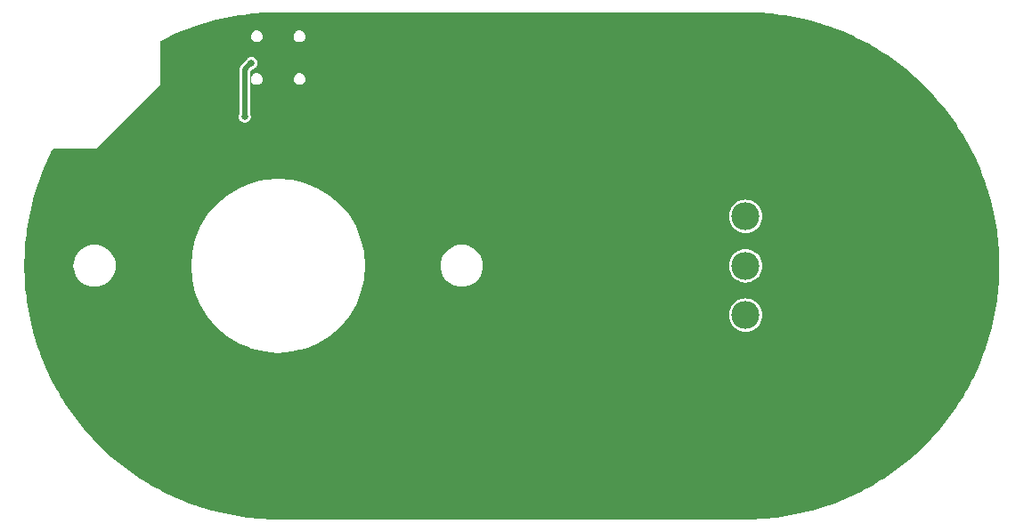
<source format=gbr>
G04 start of page 3 for group 1 idx 1 *
G04 Title: (unknown), solder *
G04 Creator: pcb 4.0.2 *
G04 CreationDate: Thu Apr 29 14:29:52 2021 UTC *
G04 For: petersen *
G04 Format: Gerber/RS-274X *
G04 PCB-Dimensions (mil): 4500.00 2500.00 *
G04 PCB-Coordinate-Origin: lower left *
%MOIN*%
%FSLAX25Y25*%
%LNBOTTOM*%
%ADD33C,0.0750*%
%ADD32C,0.0276*%
%ADD31C,0.6300*%
%ADD30C,0.0120*%
%ADD29C,0.0240*%
%ADD28C,0.0250*%
%ADD27C,0.1378*%
%ADD26C,0.0260*%
%ADD25C,0.1050*%
%ADD24C,0.0200*%
%ADD23C,0.0001*%
G54D23*G36*
X395000Y125000D02*X394986Y123342D01*
X394942Y121685D01*
X394870Y120028D01*
X394769Y118373D01*
X394638Y116720D01*
X394480Y115070D01*
X394292Y113422D01*
X394075Y111779D01*
X393830Y110139D01*
X393557Y108503D01*
X393255Y106873D01*
X392924Y105248D01*
X392565Y103630D01*
X392178Y102017D01*
X391763Y100412D01*
X391320Y98814D01*
X390849Y97225D01*
X390350Y95643D01*
X389824Y94071D01*
X389271Y92508D01*
X388690Y90955D01*
X388082Y89412D01*
X387448Y87881D01*
X386787Y86360D01*
X386099Y84851D01*
X385385Y83355D01*
X384646Y81871D01*
X383880Y80400D01*
X383089Y78943D01*
X382272Y77500D01*
X381431Y76071D01*
X380565Y74658D01*
X379674Y73259D01*
X378759Y71877D01*
X377819Y70510D01*
X376857Y69160D01*
X375870Y67828D01*
X374861Y66512D01*
X373829Y65215D01*
X372774Y63935D01*
X371697Y62674D01*
X370599Y61433D01*
X369479Y60210D01*
X368337Y59007D01*
X367175Y57825D01*
X365993Y56663D01*
X364790Y55521D01*
X363567Y54401D01*
X362326Y53303D01*
X361065Y52226D01*
X359785Y51171D01*
X358488Y50139D01*
X357172Y49130D01*
X355840Y48143D01*
X354490Y47181D01*
X353123Y46241D01*
X351741Y45326D01*
X350342Y44435D01*
X348929Y43569D01*
X347500Y42728D01*
X346057Y41911D01*
X344600Y41120D01*
X343129Y40354D01*
X341645Y39615D01*
X340149Y38901D01*
X338640Y38213D01*
X337119Y37552D01*
X335588Y36918D01*
X334045Y36310D01*
X332492Y35729D01*
X330929Y35176D01*
X329357Y34650D01*
X327775Y34151D01*
X326186Y33680D01*
X324588Y33237D01*
X322983Y32822D01*
X321370Y32435D01*
X319752Y32076D01*
X318127Y31745D01*
X316497Y31443D01*
X314861Y31170D01*
X313221Y30925D01*
X311578Y30708D01*
X309930Y30520D01*
X308280Y30362D01*
X306627Y30231D01*
X304972Y30130D01*
X303315Y30058D01*
X301658Y30014D01*
X300000Y30000D01*
X299990Y30000D01*
Y100231D01*
X300000Y100231D01*
X300981Y100308D01*
X301937Y100538D01*
X302846Y100914D01*
X303685Y101428D01*
X304433Y102067D01*
X305072Y102815D01*
X305586Y103654D01*
X305962Y104563D01*
X306192Y105519D01*
X306250Y106500D01*
X306192Y107481D01*
X305962Y108437D01*
X305586Y109346D01*
X305072Y110185D01*
X304433Y110933D01*
X303685Y111572D01*
X302846Y112086D01*
X301937Y112462D01*
X300981Y112692D01*
X300000Y112769D01*
X299990Y112769D01*
Y118731D01*
X300000Y118731D01*
X300981Y118808D01*
X301937Y119038D01*
X302846Y119414D01*
X303685Y119928D01*
X304433Y120567D01*
X305072Y121315D01*
X305586Y122154D01*
X305962Y123063D01*
X306192Y124019D01*
X306250Y125000D01*
X306192Y125981D01*
X305962Y126937D01*
X305586Y127846D01*
X305072Y128685D01*
X304433Y129433D01*
X303685Y130072D01*
X302846Y130586D01*
X301937Y130962D01*
X300981Y131192D01*
X300000Y131269D01*
X299990Y131269D01*
Y137231D01*
X300000Y137231D01*
X300981Y137308D01*
X301937Y137538D01*
X302846Y137914D01*
X303685Y138428D01*
X304433Y139067D01*
X305072Y139815D01*
X305586Y140654D01*
X305962Y141563D01*
X306192Y142519D01*
X306250Y143500D01*
X306192Y144481D01*
X305962Y145437D01*
X305586Y146346D01*
X305072Y147185D01*
X304433Y147933D01*
X303685Y148572D01*
X302846Y149086D01*
X301937Y149462D01*
X300981Y149692D01*
X300000Y149769D01*
X299990Y149769D01*
Y220000D01*
X300000Y220000D01*
X301658Y219986D01*
X303315Y219942D01*
X304972Y219870D01*
X306627Y219769D01*
X308280Y219638D01*
X309930Y219480D01*
X311578Y219292D01*
X313221Y219075D01*
X314861Y218830D01*
X316497Y218557D01*
X318127Y218255D01*
X319752Y217924D01*
X321370Y217565D01*
X322983Y217178D01*
X324588Y216763D01*
X326186Y216320D01*
X327775Y215849D01*
X329357Y215350D01*
X330929Y214824D01*
X332492Y214271D01*
X334045Y213690D01*
X335588Y213082D01*
X337119Y212448D01*
X338640Y211787D01*
X340149Y211099D01*
X341645Y210385D01*
X343129Y209646D01*
X344600Y208880D01*
X346057Y208089D01*
X347500Y207272D01*
X348929Y206431D01*
X350342Y205565D01*
X351741Y204674D01*
X353123Y203759D01*
X354490Y202819D01*
X355840Y201857D01*
X357172Y200870D01*
X358488Y199861D01*
X359785Y198829D01*
X361065Y197774D01*
X362326Y196697D01*
X363567Y195599D01*
X364790Y194479D01*
X365993Y193337D01*
X367175Y192175D01*
X368337Y190993D01*
X369479Y189790D01*
X370599Y188567D01*
X371697Y187326D01*
X372774Y186065D01*
X373829Y184785D01*
X374861Y183488D01*
X375870Y182172D01*
X376857Y180840D01*
X377819Y179490D01*
X378759Y178123D01*
X379674Y176741D01*
X380565Y175342D01*
X381431Y173929D01*
X382272Y172500D01*
X383089Y171057D01*
X383880Y169600D01*
X384646Y168129D01*
X385385Y166645D01*
X386099Y165149D01*
X386787Y163640D01*
X387448Y162119D01*
X388082Y160588D01*
X388690Y159045D01*
X389271Y157492D01*
X389824Y155929D01*
X390350Y154357D01*
X390849Y152775D01*
X391320Y151186D01*
X391763Y149588D01*
X392178Y147983D01*
X392565Y146370D01*
X392924Y144752D01*
X393255Y143127D01*
X393557Y141497D01*
X393830Y139861D01*
X394075Y138221D01*
X394292Y136578D01*
X394480Y134930D01*
X394638Y133280D01*
X394769Y131627D01*
X394870Y129972D01*
X394942Y128315D01*
X394986Y126658D01*
X395000Y125000D01*
G37*
G36*
X299990Y30000D02*X298342Y30014D01*
X296685Y30058D01*
X295028Y30130D01*
X293373Y30231D01*
X291720Y30362D01*
X290070Y30520D01*
X288422Y30708D01*
X286779Y30925D01*
X285139Y31170D01*
X283503Y31443D01*
X281873Y31745D01*
X280248Y32076D01*
X278630Y32435D01*
X277017Y32822D01*
X275412Y33237D01*
X273814Y33680D01*
X272225Y34151D01*
X270643Y34650D01*
X269071Y35176D01*
X267508Y35729D01*
X265955Y36310D01*
X264412Y36918D01*
X262881Y37552D01*
X261360Y38213D01*
X259851Y38901D01*
X258355Y39615D01*
X256871Y40354D01*
X255400Y41120D01*
X253943Y41911D01*
X252500Y42728D01*
X251071Y43569D01*
X249658Y44435D01*
X248259Y45326D01*
X246877Y46241D01*
X245510Y47181D01*
X244160Y48143D01*
X242828Y49130D01*
X241512Y50139D01*
X240215Y51171D01*
X238935Y52226D01*
X237674Y53303D01*
X236433Y54401D01*
X235210Y55521D01*
X234007Y56663D01*
X232825Y57825D01*
X231663Y59007D01*
X230521Y60210D01*
X229401Y61433D01*
X228303Y62674D01*
X227226Y63935D01*
X226171Y65215D01*
X225139Y66512D01*
X224130Y67828D01*
X223143Y69160D01*
X222181Y70510D01*
X221241Y71877D01*
X220326Y73259D01*
X219435Y74658D01*
X218569Y76071D01*
X217728Y77500D01*
X216911Y78943D01*
X216120Y80400D01*
X215354Y81871D01*
X214615Y83355D01*
X213901Y84851D01*
X213213Y86360D01*
X212552Y87881D01*
X211918Y89412D01*
X211310Y90955D01*
X210729Y92508D01*
X210176Y94071D01*
X209650Y95643D01*
X209151Y97225D01*
X208680Y98814D01*
X208237Y100412D01*
X207822Y102017D01*
X207435Y103630D01*
X207076Y105248D01*
X206745Y106873D01*
X206443Y108503D01*
X206170Y110139D01*
X205925Y111779D01*
X205708Y113422D01*
X205520Y115070D01*
X205362Y116720D01*
X205231Y118373D01*
X205130Y120028D01*
X205058Y121685D01*
X205014Y123342D01*
X205000Y125000D01*
X205014Y126658D01*
X205058Y128315D01*
X205130Y129972D01*
X205231Y131627D01*
X205362Y133280D01*
X205520Y134930D01*
X205708Y136578D01*
X205925Y138221D01*
X206170Y139861D01*
X206443Y141497D01*
X206745Y143127D01*
X207076Y144752D01*
X207435Y146370D01*
X207822Y147983D01*
X208237Y149588D01*
X208680Y151186D01*
X209151Y152775D01*
X209650Y154357D01*
X210176Y155929D01*
X210729Y157492D01*
X211310Y159045D01*
X211918Y160588D01*
X212552Y162119D01*
X213213Y163640D01*
X213901Y165149D01*
X214615Y166645D01*
X215354Y168129D01*
X216120Y169600D01*
X216911Y171057D01*
X217728Y172500D01*
X218569Y173929D01*
X219435Y175342D01*
X220326Y176741D01*
X221241Y178123D01*
X222181Y179490D01*
X223143Y180840D01*
X224130Y182172D01*
X225139Y183488D01*
X226171Y184785D01*
X227226Y186065D01*
X228303Y187326D01*
X229401Y188567D01*
X230521Y189790D01*
X231663Y190993D01*
X232825Y192175D01*
X234007Y193337D01*
X235210Y194479D01*
X236433Y195599D01*
X237674Y196697D01*
X238935Y197774D01*
X240215Y198829D01*
X241512Y199861D01*
X242828Y200870D01*
X244160Y201857D01*
X245510Y202819D01*
X246877Y203759D01*
X248259Y204674D01*
X249658Y205565D01*
X251071Y206431D01*
X252500Y207272D01*
X253943Y208089D01*
X255400Y208880D01*
X256871Y209646D01*
X258355Y210385D01*
X259851Y211099D01*
X261360Y211787D01*
X262881Y212448D01*
X264412Y213082D01*
X265955Y213690D01*
X267508Y214271D01*
X269071Y214824D01*
X270643Y215350D01*
X272225Y215849D01*
X273814Y216320D01*
X275412Y216763D01*
X277017Y217178D01*
X278630Y217565D01*
X280248Y217924D01*
X281873Y218255D01*
X283503Y218557D01*
X285139Y218830D01*
X286779Y219075D01*
X288422Y219292D01*
X290070Y219480D01*
X291720Y219638D01*
X293373Y219769D01*
X295028Y219870D01*
X296685Y219942D01*
X298342Y219986D01*
X299990Y220000D01*
Y149769D01*
X299019Y149692D01*
X298063Y149462D01*
X297154Y149086D01*
X296315Y148572D01*
X295567Y147933D01*
X294928Y147185D01*
X294414Y146346D01*
X294038Y145437D01*
X293808Y144481D01*
X293731Y143500D01*
X293808Y142519D01*
X294038Y141563D01*
X294414Y140654D01*
X294928Y139815D01*
X295567Y139067D01*
X296315Y138428D01*
X297154Y137914D01*
X298063Y137538D01*
X299019Y137308D01*
X299990Y137231D01*
Y131269D01*
X299019Y131192D01*
X298063Y130962D01*
X297154Y130586D01*
X296315Y130072D01*
X295567Y129433D01*
X294928Y128685D01*
X294414Y127846D01*
X294038Y126937D01*
X293808Y125981D01*
X293731Y125000D01*
X293808Y124019D01*
X294038Y123063D01*
X294414Y122154D01*
X294928Y121315D01*
X295567Y120567D01*
X296315Y119928D01*
X297154Y119414D01*
X298063Y119038D01*
X299019Y118808D01*
X299990Y118731D01*
Y112769D01*
X299019Y112692D01*
X298063Y112462D01*
X297154Y112086D01*
X296315Y111572D01*
X295567Y110933D01*
X294928Y110185D01*
X294414Y109346D01*
X294038Y108437D01*
X293808Y107481D01*
X293731Y106500D01*
X293808Y105519D01*
X294038Y104563D01*
X294414Y103654D01*
X294928Y102815D01*
X295567Y102067D01*
X296315Y101428D01*
X297154Y100914D01*
X298063Y100538D01*
X299019Y100308D01*
X299990Y100231D01*
Y30000D01*
G37*
G36*
X132997Y220000D02*X300000D01*
Y149769D01*
X299019Y149692D01*
X298063Y149462D01*
X297154Y149086D01*
X296315Y148572D01*
X295567Y147933D01*
X294928Y147185D01*
X294414Y146346D01*
X294038Y145437D01*
X293808Y144481D01*
X293731Y143500D01*
X293808Y142519D01*
X294038Y141563D01*
X294414Y140654D01*
X294928Y139815D01*
X295567Y139067D01*
X296315Y138428D01*
X297154Y137914D01*
X298063Y137538D01*
X299019Y137308D01*
X300000Y137231D01*
Y131269D01*
X299019Y131192D01*
X298063Y130962D01*
X297154Y130586D01*
X296315Y130072D01*
X295567Y129433D01*
X294928Y128685D01*
X294414Y127846D01*
X294038Y126937D01*
X293808Y125981D01*
X293731Y125000D01*
X201640D01*
X201567Y126238D01*
X201277Y127446D01*
X200802Y128593D01*
X200153Y129652D01*
X199346Y130596D01*
X198402Y131403D01*
X197343Y132052D01*
X196196Y132527D01*
X194988Y132817D01*
X193750Y132914D01*
X192512Y132817D01*
X191304Y132527D01*
X190157Y132052D01*
X189098Y131403D01*
X188154Y130596D01*
X187347Y129652D01*
X186698Y128593D01*
X186223Y127446D01*
X185933Y126238D01*
X185836Y125000D01*
X157500D01*
X157199Y130100D01*
X156005Y135074D01*
X154047Y139800D01*
X151374Y144162D01*
X148052Y148052D01*
X144162Y151374D01*
X139800Y154047D01*
X135074Y156005D01*
X132997Y156503D01*
Y192793D01*
X133000Y192793D01*
X133345Y192820D01*
X133682Y192901D01*
X134002Y193034D01*
X134297Y193215D01*
X134560Y193440D01*
X134785Y193703D01*
X134966Y193998D01*
X135099Y194318D01*
X135180Y194655D01*
X135200Y195000D01*
X135180Y195345D01*
X135099Y195682D01*
X134966Y196002D01*
X134785Y196297D01*
X134560Y196560D01*
X134297Y196785D01*
X134002Y196966D01*
X133682Y197099D01*
X133345Y197180D01*
X133000Y197207D01*
X132997Y197207D01*
Y208743D01*
X133000Y208743D01*
X133353Y208771D01*
X133697Y208854D01*
X134025Y208989D01*
X134327Y209174D01*
X134596Y209404D01*
X134826Y209673D01*
X135011Y209975D01*
X135146Y210303D01*
X135229Y210647D01*
X135250Y211000D01*
X135229Y211353D01*
X135146Y211697D01*
X135011Y212025D01*
X134826Y212327D01*
X134596Y212596D01*
X134327Y212826D01*
X134025Y213011D01*
X133697Y213146D01*
X133353Y213229D01*
X133000Y213257D01*
X132997Y213257D01*
Y220000D01*
G37*
G36*
X125000D02*X132997D01*
Y213257D01*
X132647Y213229D01*
X132303Y213146D01*
X131975Y213011D01*
X131673Y212826D01*
X131404Y212596D01*
X131174Y212327D01*
X130989Y212025D01*
X130854Y211697D01*
X130771Y211353D01*
X130743Y211000D01*
X130771Y210647D01*
X130854Y210303D01*
X130989Y209975D01*
X131174Y209673D01*
X131404Y209404D01*
X131673Y209174D01*
X131975Y208989D01*
X132303Y208854D01*
X132647Y208771D01*
X132997Y208743D01*
Y197207D01*
X132655Y197180D01*
X132318Y197099D01*
X131998Y196966D01*
X131703Y196785D01*
X131440Y196560D01*
X131215Y196297D01*
X131034Y196002D01*
X130901Y195682D01*
X130820Y195345D01*
X130793Y195000D01*
X130820Y194655D01*
X130901Y194318D01*
X131034Y193998D01*
X131215Y193703D01*
X131440Y193440D01*
X131703Y193215D01*
X131998Y193034D01*
X132318Y192901D01*
X132655Y192820D01*
X132997Y192793D01*
Y156503D01*
X130100Y157199D01*
X125000Y157600D01*
Y220000D01*
G37*
G36*
X300000Y118731D02*Y112769D01*
X299019Y112692D01*
X298063Y112462D01*
X297154Y112086D01*
X296315Y111572D01*
X295567Y110933D01*
X294928Y110185D01*
X294414Y109346D01*
X294038Y108437D01*
X293808Y107481D01*
X293731Y106500D01*
X293808Y105519D01*
X294038Y104563D01*
X294414Y103654D01*
X294928Y102815D01*
X295567Y102067D01*
X296315Y101428D01*
X297154Y100914D01*
X298063Y100538D01*
X299019Y100308D01*
X300000Y100231D01*
Y30000D01*
X125000D01*
Y92400D01*
X130100Y92801D01*
X135074Y93995D01*
X139800Y95953D01*
X144162Y98626D01*
X148052Y101948D01*
X151374Y105838D01*
X154047Y110200D01*
X156005Y114926D01*
X157199Y119900D01*
X157500Y125000D01*
X185836D01*
X185933Y123762D01*
X186223Y122554D01*
X186698Y121407D01*
X187347Y120348D01*
X188154Y119404D01*
X189098Y118597D01*
X190157Y117948D01*
X191304Y117473D01*
X192512Y117183D01*
X193750Y117086D01*
X194988Y117183D01*
X196196Y117473D01*
X197343Y117948D01*
X198402Y118597D01*
X199346Y119404D01*
X200153Y120348D01*
X200802Y121407D01*
X201277Y122554D01*
X201567Y123762D01*
X201640Y125000D01*
X293731D01*
X293808Y124019D01*
X294038Y123063D01*
X294414Y122154D01*
X294928Y121315D01*
X295567Y120567D01*
X296315Y119928D01*
X297154Y119414D01*
X298063Y119038D01*
X299019Y118808D01*
X300000Y118731D01*
G37*
G36*
X220000Y125000D02*X219986Y123342D01*
X219942Y121685D01*
X219870Y120028D01*
X219769Y118373D01*
X219638Y116720D01*
X219480Y115070D01*
X219292Y113422D01*
X219075Y111779D01*
X218830Y110139D01*
X218557Y108503D01*
X218255Y106873D01*
X217924Y105248D01*
X217565Y103630D01*
X217178Y102017D01*
X216763Y100412D01*
X216320Y98814D01*
X215849Y97225D01*
X215350Y95643D01*
X214824Y94071D01*
X214271Y92508D01*
X213690Y90955D01*
X213082Y89412D01*
X212448Y87881D01*
X211787Y86360D01*
X211099Y84851D01*
X210385Y83355D01*
X209646Y81871D01*
X208880Y80400D01*
X208089Y78943D01*
X207272Y77500D01*
X206431Y76071D01*
X205565Y74658D01*
X204674Y73259D01*
X203759Y71877D01*
X202819Y70510D01*
X201857Y69160D01*
X200870Y67828D01*
X199861Y66512D01*
X198829Y65215D01*
X197774Y63935D01*
X196697Y62674D01*
X195599Y61433D01*
X194479Y60210D01*
X193738Y59429D01*
Y117087D01*
X193750Y117086D01*
X194988Y117183D01*
X196196Y117473D01*
X197343Y117948D01*
X198402Y118597D01*
X199346Y119404D01*
X200153Y120348D01*
X200802Y121407D01*
X201277Y122554D01*
X201567Y123762D01*
X201640Y125000D01*
X201567Y126238D01*
X201277Y127446D01*
X200802Y128593D01*
X200153Y129652D01*
X199346Y130596D01*
X198402Y131403D01*
X197343Y132052D01*
X196196Y132527D01*
X194988Y132817D01*
X193750Y132914D01*
X193738Y132913D01*
Y190571D01*
X194479Y189790D01*
X195599Y188567D01*
X196697Y187326D01*
X197774Y186065D01*
X198829Y184785D01*
X199861Y183488D01*
X200870Y182172D01*
X201857Y180840D01*
X202819Y179490D01*
X203759Y178123D01*
X204674Y176741D01*
X205565Y175342D01*
X206431Y173929D01*
X207272Y172500D01*
X208089Y171057D01*
X208880Y169600D01*
X209646Y168129D01*
X210385Y166645D01*
X211099Y165149D01*
X211787Y163640D01*
X212448Y162119D01*
X213082Y160588D01*
X213690Y159045D01*
X214271Y157492D01*
X214824Y155929D01*
X215350Y154357D01*
X215849Y152775D01*
X216320Y151186D01*
X216763Y149588D01*
X217178Y147983D01*
X217565Y146370D01*
X217924Y144752D01*
X218255Y143127D01*
X218557Y141497D01*
X218830Y139861D01*
X219075Y138221D01*
X219292Y136578D01*
X219480Y134930D01*
X219638Y133280D01*
X219769Y131627D01*
X219870Y129972D01*
X219942Y128315D01*
X219986Y126658D01*
X220000Y125000D01*
G37*
G36*
X193738Y59429D02*X193337Y59007D01*
X192175Y57825D01*
X190993Y56663D01*
X189790Y55521D01*
X188567Y54401D01*
X187326Y53303D01*
X186065Y52226D01*
X184785Y51171D01*
X183488Y50139D01*
X182172Y49130D01*
X180840Y48143D01*
X179490Y47181D01*
X178123Y46241D01*
X176741Y45326D01*
X175342Y44435D01*
X173929Y43569D01*
X172500Y42728D01*
X171057Y41911D01*
X169600Y41120D01*
X168129Y40354D01*
X166645Y39615D01*
X165149Y38901D01*
X163640Y38213D01*
X162119Y37552D01*
X160588Y36918D01*
X159045Y36310D01*
X157492Y35729D01*
X155929Y35176D01*
X154357Y34650D01*
X152775Y34151D01*
X151186Y33680D01*
X149588Y33237D01*
X147983Y32822D01*
X146370Y32435D01*
X144752Y32076D01*
X143127Y31745D01*
X141497Y31443D01*
X139861Y31170D01*
X138221Y30925D01*
X136578Y30708D01*
X134930Y30520D01*
X133280Y30362D01*
X132997Y30339D01*
Y93497D01*
X135074Y93995D01*
X139800Y95953D01*
X144162Y98626D01*
X148052Y101948D01*
X151374Y105838D01*
X154047Y110200D01*
X156005Y114926D01*
X157199Y119900D01*
X157500Y125000D01*
X157199Y130100D01*
X156005Y135074D01*
X154047Y139800D01*
X151374Y144162D01*
X148052Y148052D01*
X144162Y151374D01*
X139800Y154047D01*
X135074Y156005D01*
X132997Y156503D01*
Y192793D01*
X133000Y192793D01*
X133345Y192820D01*
X133682Y192901D01*
X134002Y193034D01*
X134297Y193215D01*
X134560Y193440D01*
X134785Y193703D01*
X134966Y193998D01*
X135099Y194318D01*
X135180Y194655D01*
X135200Y195000D01*
X135180Y195345D01*
X135099Y195682D01*
X134966Y196002D01*
X134785Y196297D01*
X134560Y196560D01*
X134297Y196785D01*
X134002Y196966D01*
X133682Y197099D01*
X133345Y197180D01*
X133000Y197207D01*
X132997Y197207D01*
Y208743D01*
X133000Y208743D01*
X133353Y208771D01*
X133697Y208854D01*
X134025Y208989D01*
X134327Y209174D01*
X134596Y209404D01*
X134826Y209673D01*
X135011Y209975D01*
X135146Y210303D01*
X135229Y210647D01*
X135250Y211000D01*
X135229Y211353D01*
X135146Y211697D01*
X135011Y212025D01*
X134826Y212327D01*
X134596Y212596D01*
X134327Y212826D01*
X134025Y213011D01*
X133697Y213146D01*
X133353Y213229D01*
X133000Y213257D01*
X132997Y213257D01*
Y219660D01*
X133280Y219638D01*
X134930Y219480D01*
X136578Y219292D01*
X138221Y219075D01*
X139861Y218830D01*
X141497Y218557D01*
X143127Y218255D01*
X144752Y217924D01*
X146370Y217565D01*
X147983Y217178D01*
X149588Y216763D01*
X151186Y216320D01*
X152775Y215849D01*
X154357Y215350D01*
X155929Y214824D01*
X157492Y214271D01*
X159045Y213690D01*
X160588Y213082D01*
X162119Y212448D01*
X163640Y211787D01*
X165149Y211099D01*
X166645Y210385D01*
X168129Y209646D01*
X169600Y208880D01*
X171057Y208089D01*
X172500Y207272D01*
X173929Y206431D01*
X175342Y205565D01*
X176741Y204674D01*
X178123Y203759D01*
X179490Y202819D01*
X180840Y201857D01*
X182172Y200870D01*
X183488Y199861D01*
X184785Y198829D01*
X186065Y197774D01*
X187326Y196697D01*
X188567Y195599D01*
X189790Y194479D01*
X190993Y193337D01*
X192175Y192175D01*
X193337Y190993D01*
X193738Y190571D01*
Y132913D01*
X192512Y132817D01*
X191304Y132527D01*
X190157Y132052D01*
X189098Y131403D01*
X188154Y130596D01*
X187347Y129652D01*
X186698Y128593D01*
X186223Y127446D01*
X185933Y126238D01*
X185836Y125000D01*
X185933Y123762D01*
X186223Y122554D01*
X186698Y121407D01*
X187347Y120348D01*
X188154Y119404D01*
X189098Y118597D01*
X190157Y117948D01*
X191304Y117473D01*
X192512Y117183D01*
X193738Y117087D01*
Y59429D01*
G37*
G36*
X132997Y156503D02*X130100Y157199D01*
X125000Y157600D01*
X119900Y157199D01*
X116997Y156502D01*
Y192743D01*
X117000Y192743D01*
X117353Y192771D01*
X117697Y192854D01*
X118025Y192989D01*
X118327Y193174D01*
X118596Y193404D01*
X118826Y193673D01*
X119011Y193975D01*
X119146Y194303D01*
X119229Y194647D01*
X119250Y195000D01*
X119229Y195353D01*
X119146Y195697D01*
X119011Y196025D01*
X118826Y196327D01*
X118596Y196596D01*
X118327Y196826D01*
X118025Y197011D01*
X117697Y197146D01*
X117353Y197229D01*
X117000Y197257D01*
X116997Y197257D01*
Y199856D01*
X117056Y199953D01*
X117194Y200287D01*
X117279Y200639D01*
X117300Y201000D01*
X117279Y201361D01*
X117194Y201713D01*
X117056Y202047D01*
X116997Y202144D01*
Y208793D01*
X117000Y208793D01*
X117345Y208820D01*
X117682Y208901D01*
X118002Y209034D01*
X118297Y209215D01*
X118560Y209440D01*
X118785Y209703D01*
X118966Y209998D01*
X119099Y210318D01*
X119180Y210655D01*
X119200Y211000D01*
X119180Y211345D01*
X119099Y211682D01*
X118966Y212002D01*
X118785Y212297D01*
X118560Y212560D01*
X118297Y212785D01*
X118002Y212966D01*
X117682Y213099D01*
X117345Y213180D01*
X117000Y213207D01*
X116997Y213207D01*
Y219660D01*
X118373Y219769D01*
X120028Y219870D01*
X121685Y219942D01*
X123342Y219986D01*
X125000Y220000D01*
X126658Y219986D01*
X128315Y219942D01*
X129972Y219870D01*
X131627Y219769D01*
X132997Y219660D01*
Y213257D01*
X132647Y213229D01*
X132303Y213146D01*
X131975Y213011D01*
X131673Y212826D01*
X131404Y212596D01*
X131174Y212327D01*
X130989Y212025D01*
X130854Y211697D01*
X130771Y211353D01*
X130743Y211000D01*
X130771Y210647D01*
X130854Y210303D01*
X130989Y209975D01*
X131174Y209673D01*
X131404Y209404D01*
X131673Y209174D01*
X131975Y208989D01*
X132303Y208854D01*
X132647Y208771D01*
X132997Y208743D01*
Y197207D01*
X132655Y197180D01*
X132318Y197099D01*
X131998Y196966D01*
X131703Y196785D01*
X131440Y196560D01*
X131215Y196297D01*
X131034Y196002D01*
X130901Y195682D01*
X130820Y195345D01*
X130793Y195000D01*
X130820Y194655D01*
X130901Y194318D01*
X131034Y193998D01*
X131215Y193703D01*
X131440Y193440D01*
X131703Y193215D01*
X131998Y193034D01*
X132318Y192901D01*
X132655Y192820D01*
X132997Y192793D01*
Y156503D01*
G37*
G36*
Y30339D02*X131627Y30231D01*
X129972Y30130D01*
X128315Y30058D01*
X126658Y30014D01*
X125000Y30000D01*
X123342Y30014D01*
X121685Y30058D01*
X120028Y30130D01*
X118373Y30231D01*
X116997Y30340D01*
Y93498D01*
X119900Y92801D01*
X125000Y92400D01*
X130100Y92801D01*
X132997Y93497D01*
Y30339D01*
G37*
G36*
X116997Y202144D02*X116866Y202356D01*
X116631Y202631D01*
X116356Y202866D01*
X116047Y203056D01*
X115713Y203194D01*
X115361Y203279D01*
X115000Y203307D01*
X114639Y203279D01*
X114287Y203194D01*
X113953Y203056D01*
X113746Y202929D01*
Y219329D01*
X115070Y219480D01*
X116720Y219638D01*
X116997Y219660D01*
Y213207D01*
X116655Y213180D01*
X116318Y213099D01*
X115998Y212966D01*
X115703Y212785D01*
X115440Y212560D01*
X115215Y212297D01*
X115034Y212002D01*
X114901Y211682D01*
X114820Y211345D01*
X114793Y211000D01*
X114820Y210655D01*
X114901Y210318D01*
X115034Y209998D01*
X115215Y209703D01*
X115440Y209440D01*
X115703Y209215D01*
X115998Y209034D01*
X116318Y208901D01*
X116655Y208820D01*
X116997Y208793D01*
Y202144D01*
G37*
G36*
Y156502D02*X114926Y156005D01*
X113746Y155516D01*
Y179066D01*
X113856Y179134D01*
X114131Y179369D01*
X114366Y179644D01*
X114556Y179953D01*
X114694Y180287D01*
X114779Y180639D01*
X114800Y181000D01*
X114779Y181361D01*
X114694Y181713D01*
X114556Y182047D01*
X114500Y182138D01*
Y197801D01*
X115438Y198740D01*
X115713Y198806D01*
X116047Y198944D01*
X116356Y199134D01*
X116631Y199369D01*
X116866Y199644D01*
X116997Y199856D01*
Y197257D01*
X116647Y197229D01*
X116303Y197146D01*
X115975Y197011D01*
X115673Y196826D01*
X115404Y196596D01*
X115174Y196327D01*
X114989Y196025D01*
X114854Y195697D01*
X114771Y195353D01*
X114743Y195000D01*
X114771Y194647D01*
X114854Y194303D01*
X114989Y193975D01*
X115174Y193673D01*
X115404Y193404D01*
X115673Y193174D01*
X115975Y192989D01*
X116303Y192854D01*
X116647Y192771D01*
X116997Y192743D01*
Y156502D01*
G37*
G36*
Y30340D02*X116720Y30362D01*
X115070Y30520D01*
X113746Y30671D01*
Y94484D01*
X114926Y93995D01*
X116997Y93498D01*
Y30340D01*
G37*
G36*
X113746Y30671D02*X113422Y30708D01*
X111779Y30925D01*
X110139Y31170D01*
X108503Y31443D01*
X106873Y31745D01*
X105248Y32076D01*
X103630Y32435D01*
X102017Y32822D01*
X100412Y33237D01*
X98814Y33680D01*
X97225Y34151D01*
X95643Y34650D01*
X94071Y35176D01*
X92508Y35729D01*
X90955Y36310D01*
X89412Y36918D01*
X87881Y37552D01*
X86360Y38213D01*
X84851Y38901D01*
X83355Y39615D01*
X81871Y40354D01*
X80400Y41120D01*
X78943Y41911D01*
X77500Y42728D01*
X76071Y43569D01*
X74658Y44435D01*
X73259Y45326D01*
X71877Y46241D01*
X70510Y47181D01*
X69160Y48143D01*
X67828Y49130D01*
X66512Y50139D01*
X65215Y51171D01*
X63935Y52226D01*
X62674Y53303D01*
X61433Y54401D01*
X60210Y55521D01*
X59007Y56663D01*
X57825Y57825D01*
X56663Y59007D01*
X56238Y59455D01*
Y117087D01*
X56250Y117086D01*
X57488Y117183D01*
X58696Y117473D01*
X59843Y117948D01*
X60902Y118597D01*
X61846Y119404D01*
X62653Y120348D01*
X63302Y121407D01*
X63777Y122554D01*
X64067Y123762D01*
X64140Y125000D01*
X64067Y126238D01*
X63777Y127446D01*
X63302Y128593D01*
X62653Y129652D01*
X61846Y130596D01*
X60902Y131403D01*
X59843Y132052D01*
X58696Y132527D01*
X57488Y132817D01*
X56250Y132914D01*
X56238Y132913D01*
Y169000D01*
X57000D01*
X81000Y193000D01*
Y209193D01*
X81871Y209646D01*
X83355Y210385D01*
X84851Y211099D01*
X86360Y211787D01*
X87881Y212448D01*
X89412Y213082D01*
X90955Y213690D01*
X92508Y214271D01*
X94071Y214824D01*
X95643Y215350D01*
X97225Y215849D01*
X98814Y216320D01*
X100412Y216763D01*
X102017Y217178D01*
X103630Y217565D01*
X105248Y217924D01*
X106873Y218255D01*
X108503Y218557D01*
X110139Y218830D01*
X111779Y219075D01*
X113422Y219292D01*
X113746Y219329D01*
Y202929D01*
X113644Y202866D01*
X113369Y202631D01*
X113134Y202356D01*
X112944Y202047D01*
X112842Y201800D01*
X111141Y200100D01*
X111081Y200048D01*
X110877Y199809D01*
X110712Y199541D01*
X110592Y199250D01*
X110519Y198944D01*
X110494Y198630D01*
X110500Y198552D01*
Y182138D01*
X110444Y182047D01*
X110306Y181713D01*
X110221Y181361D01*
X110193Y181000D01*
X110221Y180639D01*
X110306Y180287D01*
X110444Y179953D01*
X110634Y179644D01*
X110869Y179369D01*
X111144Y179134D01*
X111453Y178944D01*
X111787Y178806D01*
X112139Y178721D01*
X112500Y178693D01*
X112861Y178721D01*
X113213Y178806D01*
X113547Y178944D01*
X113746Y179066D01*
Y155516D01*
X110200Y154047D01*
X105838Y151374D01*
X101948Y148052D01*
X98626Y144162D01*
X95953Y139800D01*
X93995Y135074D01*
X92801Y130100D01*
X92400Y125000D01*
X92801Y119900D01*
X93995Y114926D01*
X95953Y110200D01*
X98626Y105838D01*
X101948Y101948D01*
X105838Y98626D01*
X110200Y95953D01*
X113746Y94484D01*
Y30671D01*
G37*
G36*
X56238Y59455D02*X55521Y60210D01*
X54401Y61433D01*
X53303Y62674D01*
X52226Y63935D01*
X51171Y65215D01*
X50139Y66512D01*
X49130Y67828D01*
X48143Y69160D01*
X47181Y70510D01*
X46241Y71877D01*
X45326Y73259D01*
X44435Y74658D01*
X43569Y76071D01*
X42728Y77500D01*
X41911Y78943D01*
X41120Y80400D01*
X40354Y81871D01*
X39615Y83355D01*
X38901Y84851D01*
X38213Y86360D01*
X37552Y87881D01*
X36918Y89412D01*
X36310Y90955D01*
X35729Y92508D01*
X35176Y94071D01*
X34650Y95643D01*
X34151Y97225D01*
X33680Y98814D01*
X33237Y100412D01*
X32822Y102017D01*
X32435Y103630D01*
X32076Y105248D01*
X31745Y106873D01*
X31443Y108503D01*
X31170Y110139D01*
X30925Y111779D01*
X30708Y113422D01*
X30520Y115070D01*
X30362Y116720D01*
X30231Y118373D01*
X30130Y120028D01*
X30058Y121685D01*
X30014Y123342D01*
X30000Y125000D01*
X30014Y126658D01*
X30058Y128315D01*
X30130Y129972D01*
X30231Y131627D01*
X30362Y133280D01*
X30520Y134930D01*
X30708Y136578D01*
X30925Y138221D01*
X31170Y139861D01*
X31443Y141497D01*
X31745Y143127D01*
X32076Y144752D01*
X32435Y146370D01*
X32822Y147983D01*
X33237Y149588D01*
X33680Y151186D01*
X34151Y152775D01*
X34650Y154357D01*
X35176Y155929D01*
X35729Y157492D01*
X36310Y159045D01*
X36918Y160588D01*
X37552Y162119D01*
X38213Y163640D01*
X38901Y165149D01*
X39615Y166645D01*
X40354Y168129D01*
X40807Y169000D01*
X56238D01*
Y132913D01*
X55012Y132817D01*
X53804Y132527D01*
X52657Y132052D01*
X51598Y131403D01*
X50654Y130596D01*
X49847Y129652D01*
X49198Y128593D01*
X48723Y127446D01*
X48433Y126238D01*
X48336Y125000D01*
X48433Y123762D01*
X48723Y122554D01*
X49198Y121407D01*
X49847Y120348D01*
X50654Y119404D01*
X51598Y118597D01*
X52657Y117948D01*
X53804Y117473D01*
X55012Y117183D01*
X56238Y117087D01*
Y59455D01*
G37*
G54D24*X115000Y201130D02*X112500Y198630D01*
Y181000D01*
G54D25*X300000Y143500D03*
Y125000D03*
Y106500D03*
G54D26*X112500Y181000D03*
X115000Y201000D03*
G54D27*G54D28*G54D29*G54D30*G54D27*G54D31*G54D28*G54D29*G54D32*G54D33*M02*

</source>
